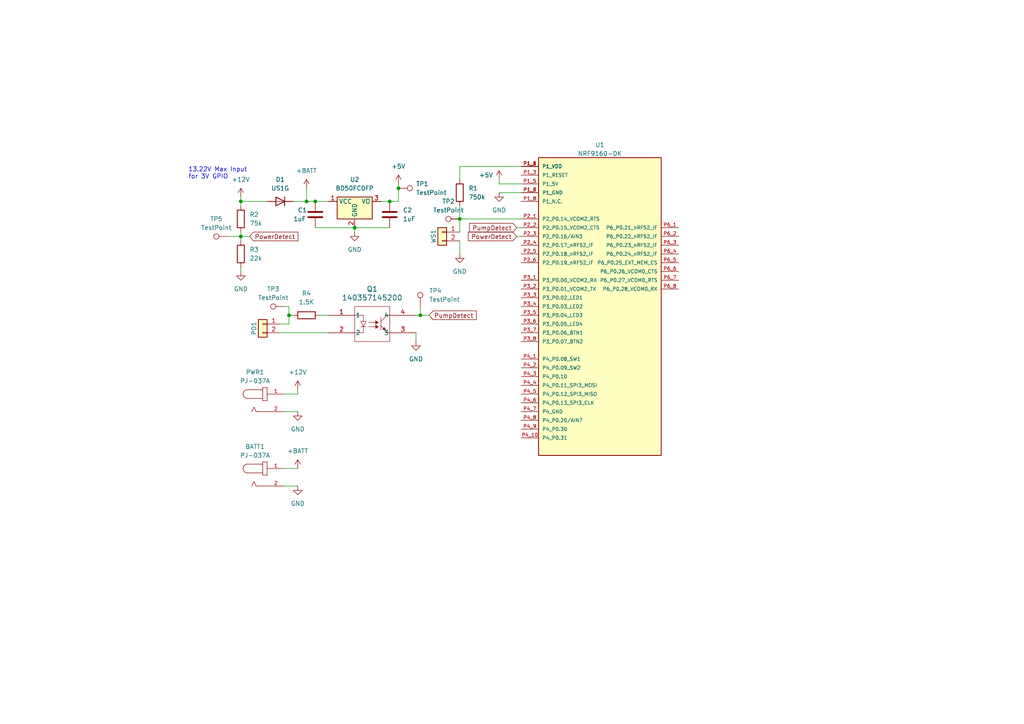
<source format=kicad_sch>
(kicad_sch (version 20230121) (generator eeschema)
  (paper "A4")
  (lib_symbols
    (symbol "2024-04-10_19-53-40:140357145200" (pin_names (offset 0.254))
      (property "Reference" "Q" (at 12.7 12.7 0))
      (property "Value" "140357145200" (at 12.7 12.7 0))
      (symbol "140357145200_0_1"
        (polyline (pts (xy 7.62 -7.62) (xy 7.62 2.54)) (stroke (width 0.127)))
        (polyline (pts (xy 7.62 -7.62) (xy 17.78 -7.62)) (stroke (width 0.127)))
        (polyline (pts (xy 9.398 -3.302) (xy 10.922 -3.302)) (stroke (width 0.127)))
        (polyline (pts (xy 9.398 -1.778) (xy 10.16 -3.302)) (stroke (width 0.127)))
        (polyline (pts (xy 10.16 -5.08) (xy 7.62 -5.08)) (stroke (width 0.127)))
        (polyline (pts (xy 10.16 -3.302) (xy 10.16 -5.08)) (stroke (width 0.127)))
        (polyline (pts (xy 10.16 -3.302) (xy 10.922 -1.778)) (stroke (width 0.127)))
        (polyline (pts (xy 10.16 0) (xy 7.62 0)) (stroke (width 0.127)))
        (polyline (pts (xy 10.16 0) (xy 10.16 -1.778)) (stroke (width 0.127)))
        (polyline (pts (xy 10.922 -1.778) (xy 9.398 -1.778)) (stroke (width 0.127)))
        (polyline (pts (xy 11.684 -3.302) (xy 13.716 -3.302)) (stroke (width 0.127)))
        (polyline (pts (xy 11.684 -2.032) (xy 13.716 -2.032)) (stroke (width 0.127)))
        (polyline (pts (xy 15.24 -4.318) (xy 15.24 -0.508)) (stroke (width 0.127)))
        (polyline (pts (xy 15.24 -3.048) (xy 16.002 -3.81)) (stroke (width 0.127)))
        (polyline (pts (xy 15.24 -1.778) (xy 16.51 -0.508)) (stroke (width 0.127)))
        (polyline (pts (xy 16.51 -4.318) (xy 16.51 -5.08)) (stroke (width 0.127)))
        (polyline (pts (xy 16.51 -0.508) (xy 16.51 0)) (stroke (width 0.127)))
        (polyline (pts (xy 16.51 0) (xy 17.78 0)) (stroke (width 0.127)))
        (polyline (pts (xy 17.78 -5.08) (xy 16.51 -5.08)) (stroke (width 0.127)))
        (polyline (pts (xy 17.78 2.54) (xy 7.62 2.54)) (stroke (width 0.127)))
        (polyline (pts (xy 17.78 2.54) (xy 17.78 -7.62)) (stroke (width 0.127)))
        (polyline (pts (xy 13.716 -2.794) (xy 13.716 -3.81) (xy 14.478 -3.302)) (fill (type outline)))
        (polyline (pts (xy 13.716 -1.524) (xy 13.716 -2.54) (xy 14.478 -2.032)) (fill (type outline)))
        (polyline (pts (xy 16.4717 -4.3107) (xy 15.748 -4.064) (xy 16.256 -3.556) (xy 16.51 -4.318)) (fill (type outline)))
        (pin unspecified line (at 0 0 0) (length 7.62) (name "1") (number "1"))
        (pin unspecified line (at 0 -5.08 0) (length 7.62) (name "2") (number "2"))
        (pin unspecified line (at 25.4 -5.08 180) (length 7.62) (name "3") (number "3"))
        (pin unspecified line (at 25.4 0 180) (length 7.62) (name "4") (number "4"))
      )
    )
    (symbol "Connector:TestPoint" (pin_numbers hide) (pin_names (offset 0.762) hide)
      (property "Reference" "TP" (at 0 6.858 0))
      (property "Value" "TestPoint" (at 0 5.08 0))
      (symbol "TestPoint_0_1"
        (circle (center 0 3.302) (radius 0.762))
      )
      (symbol "TestPoint_1_1"
        (pin passive line (at 0 0 90) (length 2.54) (name "1") (number "1"))
      )
    )
    (symbol "Connector_Generic:Conn_01x02" (pin_names (offset 1.016) hide)
      (property "Reference" "J" (at 0 2.54 0))
      (property "Value" "Conn_01x02" (at 0 -5.08 0))
      (symbol "Conn_01x02_1_1"
        (rectangle (start -1.27 -2.413) (end 0 -2.667) (stroke (width 0.1524)))
        (rectangle (start -1.27 0.127) (end 0 -0.127) (stroke (width 0.1524)))
        (rectangle (start -1.27 1.27) (end 1.27 -3.81) (stroke (width 0.254)) (fill (type background)))
        (pin passive line (at -5.08 0 0) (length 3.81) (name "Pin_1") (number "1"))
        (pin passive line (at -5.08 -2.54 0) (length 3.81) (name "Pin_2") (number "2"))
      )
    )
    (symbol "Device:C" (pin_numbers hide) (pin_names (offset 0.254))
      (property "Reference" "C" (at 0.635 2.54 0))
      (property "Value" "C" (at 0.635 -2.54 0))
      (symbol "C_0_1"
        (polyline (pts (xy -2.032 -0.762) (xy 2.032 -0.762)) (stroke (width 0.508)))
        (polyline (pts (xy -2.032 0.762) (xy 2.032 0.762)) (stroke (width 0.508)))
      )
      (symbol "C_1_1"
        (pin passive line (at 0 3.81 270) (length 2.794) (name "~") (number "1"))
        (pin passive line (at 0 -3.81 90) (length 2.794) (name "~") (number "2"))
      )
    )
    (symbol "Device:R" (pin_numbers hide) (pin_names (offset 0))
      (property "Reference" "R" (at 2.032 0 90))
      (property "Value" "R" (at 0 0 90))
      (symbol "R_0_1"
        (rectangle (start -1.016 -2.54) (end 1.016 2.54) (stroke (width 0.254)))
      )
      (symbol "R_1_1"
        (pin passive line (at 0 3.81 270) (length 1.27) (name "~") (number "1"))
        (pin passive line (at 0 -3.81 90) (length 1.27) (name "~") (number "2"))
      )
    )
    (symbol "Diode:US1G" (pin_numbers hide) (pin_names hide)
      (property "Reference" "D" (at 0 2.54 0))
      (property "Value" "US1G" (at 0 -2.54 0))
      (symbol "US1G_0_1"
        (polyline (pts (xy -1.27 1.27) (xy -1.27 -1.27)) (stroke (width 0.254)))
        (polyline (pts (xy 1.27 0) (xy -1.27 0)))
        (polyline (pts (xy 1.27 1.27) (xy 1.27 -1.27) (xy -1.27 0) (xy 1.27 1.27)) (stroke (width 0.254)))
      )
      (symbol "US1G_1_1"
        (pin passive line (at -3.81 0 0) (length 2.54) (name "K") (number "1"))
        (pin passive line (at 3.81 0 180) (length 2.54) (name "A") (number "2"))
      )
    )
    (symbol "NRF9160-DK:NRF9160-DK" (pin_names (offset 1.016))
      (property "Reference" "U" (at -17.78 45.72 0))
      (property "Value" "NRF9160-DK" (at -17.78 -45.72 0))
      (symbol "NRF9160-DK_0_0"
        (rectangle (start -17.78 43.18) (end 17.78 -43.18) (stroke (width 0.254)) (fill (type background)))
        (pin power_in line (at -22.86 40.64 0) (length 5.08) (name "P1_VDD") (number "P1_1"))
        (pin power_in line (at -22.86 40.64 0) (length 5.08) (name "P1_VDD") (number "P1_2"))
        (pin bidirectional line (at -22.86 38.1 0) (length 5.08) (name "P1_RESET") (number "P1_3"))
        (pin power_in line (at -22.86 40.64 0) (length 5.08) (name "P1_VDD") (number "P1_4"))
        (pin power_in line (at -22.86 35.56 0) (length 5.08) (name "P1_5V") (number "P1_5"))
        (pin power_in line (at -22.86 33.02 0) (length 5.08) (name "P1_GND") (number "P1_6"))
        (pin power_in line (at -22.86 33.02 0) (length 5.08) (name "P1_GND") (number "P1_7"))
        (pin passive line (at -22.86 30.48 0) (length 5.08) (name "P1_N.C.") (number "P1_8"))
        (pin bidirectional line (at -22.86 -38.1 0) (length 5.08) (name "P4_P0.31") (number "P4_10"))
        (pin bidirectional line (at -22.86 -20.32 0) (length 5.08) (name "P4_P0.10") (number "P4_3"))
        (pin power_in line (at -22.86 -30.48 0) (length 5.08) (name "P4_GND") (number "P4_7"))
        (pin bidirectional line (at -22.86 -35.56 0) (length 5.08) (name "P4_P0.30") (number "P4_9"))
      )
      (symbol "NRF9160-DK_1_0"
        (pin bidirectional line (at -22.86 25.4 0) (length 5.08) (name "P2_P0.14_VCOM2_RTS") (number "P2_1"))
        (pin bidirectional line (at -22.86 22.86 0) (length 5.08) (name "P2_P0.15_VCOM2_CTS") (number "P2_2"))
        (pin bidirectional line (at -22.86 20.32 0) (length 5.08) (name "P2_P0.16/AIN3") (number "P2_3"))
        (pin bidirectional line (at -22.86 17.78 0) (length 5.08) (name "P2_P0.17_nRF52_IF") (number "P2_4"))
        (pin bidirectional line (at -22.86 15.24 0) (length 5.08) (name "P2_P0.18_nRF52_IF") (number "P2_5"))
        (pin bidirectional line (at -22.86 12.7 0) (length 5.08) (name "P2_P0.19_nRF52_IF") (number "P2_6"))
        (pin bidirectional line (at -22.86 7.62 0) (length 5.08) (name "P3_P0.00_VCOM2_RX") (number "P3_1"))
        (pin bidirectional line (at -22.86 5.08 0) (length 5.08) (name "P3_P0.01_VCOM2_TX") (number "P3_2"))
        (pin bidirectional line (at -22.86 2.54 0) (length 5.08) (name "P3_P0.02_LED1") (number "P3_3"))
        (pin bidirectional line (at -22.86 0 0) (length 5.08) (name "P3_P0.03_LED2") (number "P3_4"))
        (pin bidirectional line (at -22.86 -2.54 0) (length 5.08) (name "P3_P0.04_LED3") (number "P3_5"))
        (pin bidirectional line (at -22.86 -5.08 0) (length 5.08) (name "P3_P0.05_LED4") (number "P3_6"))
        (pin bidirectional line (at -22.86 -7.62 0) (length 5.08) (name "P3_P0.06_BTN1") (number "P3_7"))
        (pin bidirectional line (at -22.86 -10.16 0) (length 5.08) (name "P3_P0.07_BTN2") (number "P3_8"))
        (pin bidirectional line (at -22.86 -15.24 0) (length 5.08) (name "P4_P0.08_SW1") (number "P4_1"))
        (pin bidirectional line (at -22.86 -17.78 0) (length 5.08) (name "P4_P0.09_SW2") (number "P4_2"))
        (pin bidirectional line (at -22.86 -22.86 0) (length 5.08) (name "P4_P0.11_SPI3_MOSI") (number "P4_4"))
        (pin bidirectional line (at -22.86 -25.4 0) (length 5.08) (name "P4_P0.12_SPI3_MISO") (number "P4_5"))
        (pin bidirectional line (at -22.86 -27.94 0) (length 5.08) (name "P4_P0.13_SPI3_CLK") (number "P4_6"))
        (pin bidirectional line (at -22.86 -33.02 0) (length 5.08) (name "P4_P0.20/AIN7") (number "P4_8"))
        (pin bidirectional line (at 22.86 22.86 180) (length 5.08) (name "P6_P0.21_nRF52_IF") (number "P6_1"))
        (pin bidirectional line (at 22.86 20.32 180) (length 5.08) (name "P6_P0.22_nRF52_IF") (number "P6_2"))
        (pin bidirectional line (at 22.86 17.78 180) (length 5.08) (name "P6_P0.23_nRF52_IF") (number "P6_3"))
        (pin bidirectional line (at 22.86 15.24 180) (length 5.08) (name "P6_P0.24_nRF52_IF") (number "P6_4"))
        (pin bidirectional line (at 22.86 12.7 180) (length 5.08) (name "P6_P0.25_EXT_MEM_CS") (number "P6_5"))
        (pin bidirectional line (at 22.86 10.16 180) (length 5.08) (name "P6_P0.26_VCOM0_CTS") (number "P6_6"))
        (pin bidirectional line (at 22.86 7.62 180) (length 5.08) (name "P6_P0.27_VCOM0_RTS") (number "P6_7"))
        (pin bidirectional line (at 22.86 5.08 180) (length 5.08) (name "P6_P0.28_VCOM0_RX") (number "P6_8"))
      )
    )
    (symbol "PJ-037A:PJ-037A" (pin_names (offset 1.016))
      (property "Reference" "J" (at -7.6261 5.0841 0))
      (property "Value" "PJ-037A" (at -7.6324 -5.0882 0))
      (symbol "PJ-037A_0_0"
        (arc (start -5.715 3.81) (mid -6.9795 2.54) (end -5.715 1.27) (stroke (width 0.1524)))
        (polyline (pts (xy -5.715 3.81) (xy -1.27 3.81)) (stroke (width 0.1524)))
        (polyline (pts (xy -3.81 -1.27) (xy -4.445 -2.54)) (stroke (width 0.1524)))
        (polyline (pts (xy -3.175 -2.54) (xy -3.81 -1.27)) (stroke (width 0.1524)))
        (polyline (pts (xy -1.27 0.635) (xy 0 0.635)) (stroke (width 0.1524)))
        (polyline (pts (xy -1.27 1.27) (xy -5.715 1.27)) (stroke (width 0.1524)))
        (polyline (pts (xy -1.27 1.27) (xy -1.27 0.635)) (stroke (width 0.1524)))
        (polyline (pts (xy -1.27 3.81) (xy -1.27 1.27)) (stroke (width 0.1524)))
        (polyline (pts (xy -1.27 4.445) (xy -1.27 3.81)) (stroke (width 0.1524)))
        (polyline (pts (xy 0 -2.54) (xy -3.175 -2.54)) (stroke (width 0.1524)))
        (polyline (pts (xy 0 0.635) (xy 0 4.445)) (stroke (width 0.1524)))
        (polyline (pts (xy 0 4.445) (xy -1.27 4.445)) (stroke (width 0.1524)))
        (pin passive line (at 5.08 2.54 180) (length 5.08) (name "~") (number "1"))
        (pin passive line (at 5.08 -2.54 180) (length 5.08) (name "~") (number "2"))
      )
    )
    (symbol "Regulator_Linear:BD50FC0FP"
      (property "Reference" "U" (at 0 7.62 0))
      (property "Value" "BD50FC0FP" (at 0 5.08 0))
      (symbol "BD50FC0FP_1_1"
        (rectangle (start -5.08 -5.08) (end 5.08 1.27) (stroke (width 0.254)) (fill (type background)))
        (pin power_in line (at -7.62 0 0) (length 2.54) (name "VCC") (number "1"))
        (pin power_in line (at 0 -7.62 90) (length 2.54) (name "GND") (number "2"))
        (pin power_out line (at 7.62 0 180) (length 2.54) (name "VO") (number "3"))
      )
    )
    (symbol "power:+12V" (power) (pin_names (offset 0))
      (property "Value" "+12V" (at 0 3.556 0))
      (symbol "+12V_0_1"
        (polyline (pts (xy -0.762 1.27) (xy 0 2.54)))
        (polyline (pts (xy 0 0) (xy 0 2.54)))
        (polyline (pts (xy 0 2.54) (xy 0.762 1.27)))
      )
      (symbol "+12V_1_1"
        (pin power_in line (at 0 0 90) (length 0) hide (name "+12V") (number "1"))
      )
    )
    (symbol "power:+5V" (power) (pin_names (offset 0))
      (property "Value" "+5V" (at 0 3.556 0))
      (symbol "+5V_0_1"
        (polyline (pts (xy -0.762 1.27) (xy 0 2.54)))
        (polyline (pts (xy 0 0) (xy 0 2.54)))
        (polyline (pts (xy 0 2.54) (xy 0.762 1.27)))
      )
      (symbol "+5V_1_1"
        (pin power_in line (at 0 0 90) (length 0) hide (name "+5V") (number "1"))
      )
    )
    (symbol "power:+BATT" (power) (pin_names (offset 0))
      (property "Value" "+BATT" (at 0 3.556 0))
      (symbol "+BATT_0_1"
        (polyline (pts (xy -0.762 1.27) (xy 0 2.54)))
        (polyline (pts (xy 0 0) (xy 0 2.54)))
        (polyline (pts (xy 0 2.54) (xy 0.762 1.27)))
      )
      (symbol "+BATT_1_1"
        (pin power_in line (at 0 0 90) (length 0) hide (name "+BATT") (number "1"))
      )
    )
    (symbol "power:GND" (power) (pin_names (offset 0))
      (property "Value" "GND" (at 0 -3.81 0))
      (symbol "GND_0_1"
        (polyline (pts (xy 0 0) (xy 0 -1.27) (xy 1.27 -1.27) (xy 0 -2.54) (xy -1.27 -1.27) (xy 0 -1.27)))
      )
      (symbol "GND_1_1"
        (pin power_in line (at 0 0 270) (length 0) hide (name "GND") (number "1"))
      )
    )
  )
  (bus_alias "I2C" (members "SDA" "SCL"))
  (junction (at 102.87 66.04))
  (junction (at 133.35 63.5))
  (junction (at 91.44 58.42))
  (junction (at 69.85 68.58))
  (junction (at 88.9 58.42))
  (junction (at 69.85 58.42))
  (junction (at 113.03 58.42))
  (junction (at 121.92 91.44))
  (junction (at 83.82 91.44))
  (junction (at 115.57 54.61))
  (wire (pts (xy 82.55 114.3) (xy 86.36 114.3)))
  (wire (pts (xy 82.55 88.9) (xy 83.82 88.9)))
  (wire (pts (xy 69.85 67.31) (xy 69.85 68.58)))
  (wire (pts (xy 121.92 91.44) (xy 120.65 91.44)))
  (wire (pts (xy 149.86 68.58) (xy 151.13 68.58)))
  (wire (pts (xy 121.92 88.9) (xy 121.92 91.44)))
  (wire (pts (xy 82.55 140.97) (xy 86.36 140.97)))
  (wire (pts (xy 95.25 58.42) (xy 91.44 58.42)))
  (wire (pts (xy 124.46 91.44) (xy 121.92 91.44)))
  (wire (pts (xy 88.9 58.42) (xy 88.9 54.61)))
  (wire (pts (xy 83.82 93.98) (xy 81.28 93.98)))
  (wire (pts (xy 85.09 91.44) (xy 83.82 91.44)))
  (wire (pts (xy 115.57 53.34) (xy 115.57 54.61)))
  (wire (pts (xy 133.35 63.5) (xy 133.35 67.31)))
  (wire (pts (xy 82.55 119.38) (xy 86.36 119.38)))
  (wire (pts (xy 120.65 96.52) (xy 120.65 99.06)))
  (wire (pts (xy 91.44 58.42) (xy 88.9 58.42)))
  (wire (pts (xy 91.44 66.04) (xy 102.87 66.04)))
  (wire (pts (xy 144.78 55.88) (xy 151.13 55.88)))
  (wire (pts (xy 82.55 135.89) (xy 86.36 135.89)))
  (wire (pts (xy 151.13 63.5) (xy 133.35 63.5)))
  (wire (pts (xy 85.09 58.42) (xy 88.9 58.42)))
  (wire (pts (xy 86.36 114.3) (xy 86.36 113.03)))
  (wire (pts (xy 115.57 54.61) (xy 115.57 58.42)))
  (wire (pts (xy 110.49 58.42) (xy 113.03 58.42)))
  (wire (pts (xy 151.13 48.26) (xy 133.35 48.26)))
  (wire (pts (xy 102.87 66.04) (xy 113.03 66.04)))
  (wire (pts (xy 144.78 53.34) (xy 151.13 53.34)))
  (wire (pts (xy 69.85 58.42) (xy 77.47 58.42)))
  (wire (pts (xy 69.85 68.58) (xy 72.39 68.58)))
  (wire (pts (xy 69.85 68.58) (xy 69.85 69.85)))
  (wire (pts (xy 133.35 48.26) (xy 133.35 52.07)))
  (wire (pts (xy 133.35 69.85) (xy 133.35 73.66)))
  (wire (pts (xy 144.78 52.07) (xy 144.78 53.34)))
  (wire (pts (xy 69.85 57.15) (xy 69.85 58.42)))
  (wire (pts (xy 69.85 58.42) (xy 69.85 59.69)))
  (wire (pts (xy 83.82 88.9) (xy 83.82 91.44)))
  (wire (pts (xy 102.87 66.04) (xy 102.87 67.31)))
  (wire (pts (xy 81.28 96.52) (xy 95.25 96.52)))
  (wire (pts (xy 66.04 68.58) (xy 69.85 68.58)))
  (wire (pts (xy 92.71 91.44) (xy 95.25 91.44)))
  (wire (pts (xy 69.85 77.47) (xy 69.85 78.74)))
  (wire (pts (xy 133.35 63.5) (xy 133.35 59.69)))
  (wire (pts (xy 83.82 91.44) (xy 83.82 93.98)))
  (wire (pts (xy 151.13 66.04) (xy 149.86 66.04)))
  (wire (pts (xy 113.03 58.42) (xy 115.57 58.42)))
  (text "13.22V Max Input\nfor 3V GPIO" (at 54.61 52.07 0) (effects (font (size 1.27 1.27)) (justify left bottom)))
  (global_label "PumpDetect" (shape input) (at 149.86 66.04 180) (property "Intersheetrefs" "${INTERSHEET_REFS}" (effects hide)))
  (global_label "PumpDetect" (shape input) (at 124.46 91.44 0) (property "Intersheetrefs" "${INTERSHEET_REFS}" (effects hide)))
  (global_label "PowerDetect" (shape input) (at 72.39 68.58 0) (property "Intersheetrefs" "${INTERSHEET_REFS}" (effects hide)))
  (global_label "PowerDetect" (shape input) (at 149.86 68.58 180) (property "Intersheetrefs" "${INTERSHEET_REFS}" (effects hide)))
  (symbol (lib_id "Regulator_Linear:BD50FC0FP") (at 102.87 58.42 0) (unit 1)
    (property "Reference" "U2" (at 102.87 52.07 0))
    (property "Value" "BD50FC0FP" (at 102.87 54.61 0))
    (property "Footprint" "Package_TO_SOT_SMD:TO-252-2" (effects hide))
    (property "Datasheet" "https://fscdn.rohm.com/en/products/databook/datasheet/ic/power/linear_regulator/bdxxfc0wefj-e.pdf" (effects hide))
  )
  (symbol (lib_id "power:GND") (at 86.36 119.38 0) (unit 1)
    (property "Reference" "#PWR012" (effects hide))
    (property "Value" "GND" (at 86.36 124.46 0))
  )
  (symbol (lib_id "NRF9160-DK:NRF9160-DK") (at 173.99 88.9 0) (unit 1)
    (property "Reference" "U1" (at 173.99 42.0202 0))
    (property "Value" "NRF9160-DK" (at 173.99 44.5571 0))
    (property "Footprint" "NRF9160-DK:MODULE_NRF9160-DK" (effects hide))
    (property "Datasheet" "https://infocenter.nordicsemi.com/pdf/nRF9160_PS_v1.0.pdf" (effects hide))
    (property "MPN" "NRF9160-DK" (effects hide))
    (property "Manufacturer" "Nordic Semiconductor" (effects hide))
    (property "DKPN" "NRF9160-DK-ND" (effects hide))
    (property "DK_Detail_Page" "https://www.digikey.com/en/products/detail/nordic-semiconductor-asa/NRF9160-DK/9740721" (effects hide))
  )
  (symbol (lib_id "Device:R") (at 69.85 73.66 0) (unit 1)
    (property "Reference" "R3" (at 72.39 72.39 0) (effects (justify left)))
    (property "Value" "22k" (at 72.39 74.93 0) (effects (justify left)))
    (property "Footprint" "Resistor_SMD:R_0805_2012Metric_Pad1.20x1.40mm_HandSolder" (effects hide))
  )
  (symbol (lib_id "Connector_Generic:Conn_01x02") (at 76.2 93.98 0) (mirror y) (unit 1)
    (property "Reference" "PD1" (at 73.66 95.25 90))
    (property "Value" "Conn_01x02" (effects hide))
    (property "Footprint" "Connector_PinHeader_2.54mm:PinHeader_1x02_P2.54mm_Vertical" (effects hide))
  )
  (symbol (lib_id "power:GND") (at 69.85 78.74 0) (unit 1)
    (property "Reference" "#PWR07" (effects hide))
    (property "Value" "GND" (at 69.85 83.82 0))
  )
  (symbol (lib_id "power:+BATT") (at 86.36 135.89 0) (unit 1)
    (property "Reference" "#PWR010" (effects hide))
    (property "Value" "+BATT" (at 86.36 130.81 0))
  )
  (symbol (lib_id "Device:R") (at 133.35 55.88 0) (unit 1)
    (property "Reference" "R1" (at 135.89 54.61 0) (effects (justify left)))
    (property "Value" "750k" (at 135.89 57.15 0) (effects (justify left)))
    (property "Footprint" "Resistor_SMD:R_0805_2012Metric_Pad1.20x1.40mm_HandSolder" (effects hide))
  )
  (symbol (lib_id "Connector:TestPoint") (at 66.04 68.58 90) (unit 1)
    (property "Reference" "TP5" (at 62.738 63.5 90))
    (property "Value" "TestPoint" (at 62.738 66.04 90))
    (property "Footprint" "TestPoint:TestPoint_Pad_D1.0mm" (effects hide))
  )
  (symbol (lib_id "power:GND") (at 120.65 99.06 0) (unit 1)
    (property "Reference" "#PWR09" (effects hide))
    (property "Value" "GND" (at 120.65 104.14 0))
  )
  (symbol (lib_id "Device:R") (at 88.9 91.44 90) (unit 1)
    (property "Reference" "R4" (at 88.9 85.09 90))
    (property "Value" "1.5K" (at 88.9 87.63 90))
    (property "Footprint" "Resistor_SMD:R_0805_2012Metric_Pad1.20x1.40mm_HandSolder" (effects hide))
  )
  (symbol (lib_id "power:+BATT") (at 88.9 54.61 0) (unit 1)
    (property "Reference" "#PWR08" (effects hide))
    (property "Value" "+BATT" (at 88.9 49.53 0))
  )
  (symbol (lib_id "power:+5V") (at 115.57 53.34 0) (unit 1)
    (property "Reference" "#PWR03" (effects hide))
    (property "Value" "+5V" (at 115.57 48.26 0))
  )
  (symbol (lib_id "power:+12V") (at 69.85 57.15 0) (unit 1)
    (property "Reference" "#PWR05" (effects hide))
    (property "Value" "+12V" (at 69.85 52.07 0))
  )
  (symbol (lib_id "Device:C") (at 91.44 62.23 0) (unit 1)
    (property "Reference" "C1" (at 86.36 60.96 0) (effects (justify left)))
    (property "Value" "1uF" (at 85.09 63.5 0) (effects (justify left)))
    (property "Footprint" "Capacitor_SMD:C_0603_1608Metric_Pad1.08x0.95mm_HandSolder" (effects hide))
    (property "DKPN" "445-174215-1-ND" (effects hide))
    (property "PN" "CGA3E1X7R1V105K080AC" (effects hide))
  )
  (symbol (lib_id "Connector:TestPoint") (at 115.57 54.61 270) (unit 1)
    (property "Reference" "TP1" (at 120.65 53.34 90) (effects (justify left)))
    (property "Value" "TestPoint" (at 120.65 55.88 90) (effects (justify left)))
    (property "Footprint" "TestPoint:TestPoint_Pad_D1.0mm" (effects hide))
  )
  (symbol (lib_id "Device:R") (at 69.85 63.5 0) (unit 1)
    (property "Reference" "R2" (at 72.39 62.23 0) (effects (justify left)))
    (property "Value" "75k" (at 72.39 64.77 0) (effects (justify left)))
    (property "Footprint" "Resistor_SMD:R_0805_2012Metric_Pad1.20x1.40mm_HandSolder" (effects hide))
  )
  (symbol (lib_id "PJ-037A:PJ-037A") (at 77.47 116.84 0) (unit 1)
    (property "Reference" "PWR1" (at 73.9802 107.95 0))
    (property "Value" "PJ-037A" (at 73.9802 110.49 0))
    (property "Footprint" "PJ-037A:CUI_PJ-037A" (effects hide))
    (property "MANUFACTURER" "CUI INC" (effects hide))
    (property "STANDARD" "Manufacturer recommendations" (effects hide))
  )
  (symbol (lib_id "power:+5V") (at 144.78 52.07 0) (unit 1)
    (property "Reference" "#PWR06" (effects hide))
    (property "Value" "+5V" (at 140.97 50.8 0))
  )
  (symbol (lib_id "power:GND") (at 133.35 73.66 0) (unit 1)
    (property "Reference" "#PWR02" (effects hide))
    (property "Value" "GND" (at 133.35 78.74 0))
  )
  (symbol (lib_id "Connector:TestPoint") (at 121.92 88.9 0) (unit 1)
    (property "Reference" "TP4" (at 124.46 84.328 0) (effects (justify left)))
    (property "Value" "TestPoint" (at 124.46 86.868 0) (effects (justify left)))
    (property "Footprint" "TestPoint:TestPoint_Pad_D1.0mm" (effects hide))
  )
  (symbol (lib_id "power:GND") (at 144.78 55.88 0) (unit 1)
    (property "Reference" "#PWR01" (effects hide))
    (property "Value" "GND" (at 144.78 60.96 0))
  )
  (symbol (lib_id "Connector:TestPoint") (at 133.35 63.5 90) (unit 1)
    (property "Reference" "TP2" (at 130.048 58.42 90))
    (property "Value" "TestPoint" (at 130.048 60.96 90))
    (property "Footprint" "TestPoint:TestPoint_Pad_D1.0mm" (effects hide))
  )
  (symbol (lib_id "Connector:TestPoint") (at 82.55 88.9 90) (unit 1)
    (property "Reference" "TP3" (at 79.248 83.82 90))
    (property "Value" "TestPoint" (at 79.248 86.36 90))
    (property "Footprint" "TestPoint:TestPoint_Pad_D1.0mm" (effects hide))
  )
  (symbol (lib_id "power:GND") (at 102.87 67.31 0) (unit 1)
    (property "Reference" "#PWR04" (effects hide))
    (property "Value" "GND" (at 102.87 72.39 0))
  )
  (symbol (lib_id "power:+12V") (at 86.36 113.03 0) (unit 1)
    (property "Reference" "#PWR011" (effects hide))
    (property "Value" "+12V" (at 86.36 107.95 0))
  )
  (symbol (lib_id "power:GND") (at 86.36 140.97 0) (unit 1)
    (property "Reference" "#PWR013" (effects hide))
    (property "Value" "GND" (at 86.36 146.05 0))
  )
  (symbol (lib_id "Device:C") (at 113.03 62.23 0) (unit 1)
    (property "Reference" "C2" (at 116.84 60.96 0) (effects (justify left)))
    (property "Value" "1uF" (at 116.84 63.5 0) (effects (justify left)))
    (property "Footprint" "Capacitor_SMD:C_0603_1608Metric_Pad1.08x0.95mm_HandSolder" (effects hide))
    (property "DKPN" "445-174215-1-ND" (effects hide))
    (property "PN" "CGA3E1X7R1V105K080AC" (effects hide))
  )
  (symbol (lib_id "Diode:US1G") (at 81.28 58.42 180) (unit 1)
    (property "Reference" "D1" (at 81.28 52.07 0))
    (property "Value" "US1G" (at 81.28 54.61 0))
    (property "Footprint" "Diode_SMD:D_SMA" (effects hide))
    (property "Datasheet" "https://www.diodes.com/assets/Datasheets/ds16008.pdf" (effects hide))
    (property "Sim.Device" "D" (effects hide))
    (property "Sim.Pins" "1=K 2=A" (effects hide))
  )
  (symbol (lib_id "Connector_Generic:Conn_01x02") (at 128.27 67.31 0) (mirror y) (unit 1)
    (property "Reference" "WS1" (at 125.73 68.58 90))
    (property "Value" "Conn_01x02" (effects hide))
    (property "Footprint" "Connector_PinHeader_2.54mm:PinHeader_1x02_P2.54mm_Vertical" (effects hide))
  )
  (symbol (lib_id "PJ-037A:PJ-037A") (at 77.47 138.43 0) (unit 1)
    (property "Reference" "BATT1" (at 73.9802 129.54 0))
    (property "Value" "PJ-037A" (at 73.9802 132.08 0))
    (property "Footprint" "PJ-037A:CUI_PJ-037A" (effects hide))
    (property "MANUFACTURER" "CUI INC" (effects hide))
    (property "STANDARD" "Manufacturer recommendations" (effects hide))
  )
  (symbol (lib_id "2024-04-10_19-53-40:140357145200") (at 95.25 91.44 0) (unit 1)
    (property "Reference" "Q1" (at 107.95 83.82 0) (effects (font (size 1.524 1.524))))
    (property "Value" "140357145200" (at 107.95 86.36 0) (effects (font (size 1.524 1.524))))
    (property "Footprint" "footprints:WL-OCPT_SOP4_WRE" (effects hide))
    (property "Datasheet" "https://www.we-online.com/catalog/datasheet/140357145200.pdf" (effects hide))
    (property "DKPN" "732-140357145200CT-ND" (effects hide))
    (property "PN" "140357145200" (effects hide))
    (property "MFR" "Würth Elektronik" (effects hide))
  )
)
</source>
